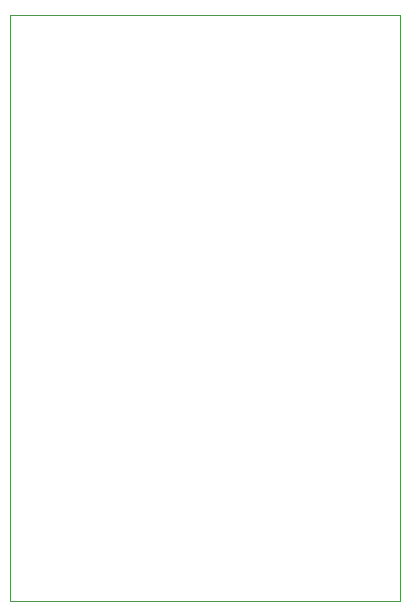
<source format=gm1>
%TF.GenerationSoftware,KiCad,Pcbnew,(5.1.6-0-10_14)*%
%TF.CreationDate,2020-09-10T14:25:20+09:00*%
%TF.ProjectId,qPCR-photo_mux_ADG706BRUZ-ND,71504352-2d70-4686-9f74-6f5f6d75785f,rev?*%
%TF.SameCoordinates,Original*%
%TF.FileFunction,Profile,NP*%
%FSLAX46Y46*%
G04 Gerber Fmt 4.6, Leading zero omitted, Abs format (unit mm)*
G04 Created by KiCad (PCBNEW (5.1.6-0-10_14)) date 2020-09-10 14:25:20*
%MOMM*%
%LPD*%
G01*
G04 APERTURE LIST*
%TA.AperFunction,Profile*%
%ADD10C,0.100000*%
%TD*%
G04 APERTURE END LIST*
D10*
X83000000Y-112000000D02*
X83000000Y-62440000D01*
X83000000Y-112000000D02*
X116000000Y-112000000D01*
X116000000Y-62440000D02*
X116000000Y-112000000D01*
X83000000Y-62440000D02*
X116000000Y-62440000D01*
M02*

</source>
